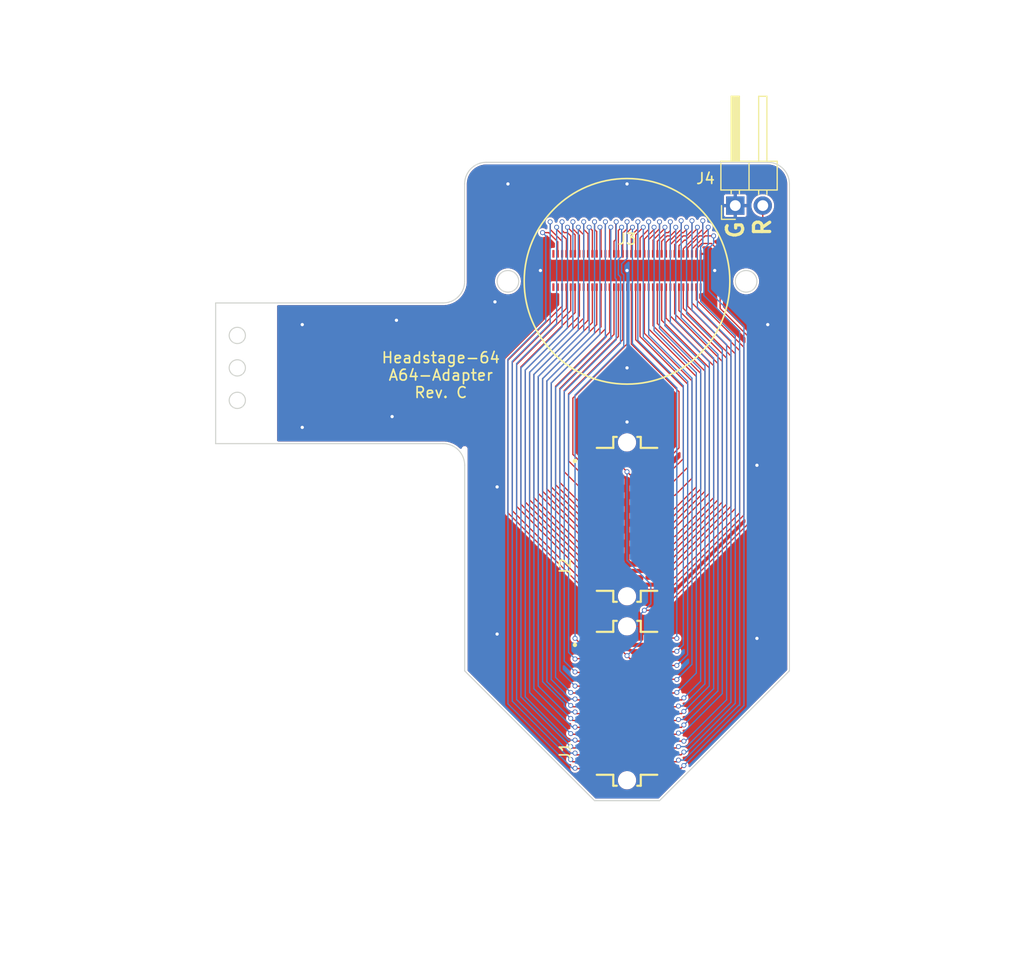
<source format=kicad_pcb>
(kicad_pcb (version 20240108) (generator "pcbnew") (generator_version "8.0")
  (title_block (title "EIB for Neuronexus A64 probes") (rev "B") (company "Open Ephys, Inc.") (comment 1 "Jonathan P. Newman"))
  (layers (0 "F.Cu" signal) (31 "B.Cu" signal) (34 "B.Paste" user) (35 "F.Paste" user) (36 "B.SilkS" user "B.Silkscreen") (37 "F.SilkS" user "F.Silkscreen") (38 "B.Mask" user) (39 "F.Mask" user) (44 "Edge.Cuts" user))
  (net 0 "")
  (net 10 "/Ref")
  (net 11 "/Elec16")
  (net 12 "/Elec0")
  (net 13 "/Elec17")
  (net 14 "/Elec1")
  (net 15 "/Elec18")
  (net 16 "/Elec2")
  (net 17 "/Elec19")
  (net 18 "/Elec3")
  (net 19 "/Elec20")
  (net 20 "/Elec4")
  (net 21 "/Elec21")
  (net 22 "/Elec5")
  (net 23 "/Elec22")
  (net 24 "/Elec6")
  (net 25 "/Elec23")
  (net 26 "/Elec7")
  (net 27 "/Elec24")
  (net 28 "/Elec8")
  (net 29 "/Elec25")
  (net 30 "/Elec9")
  (net 31 "/Elec26")
  (net 32 "/Elec10")
  (net 33 "/Elec27")
  (net 34 "/Elec11")
  (net 35 "/Elec28")
  (net 36 "/Elec12")
  (net 37 "/Elec29")
  (net 38 "/Elec13")
  (net 39 "/Elec30")
  (net 40 "/Elec14")
  (net 41 "/Elec31")
  (net 42 "/Elec15")
  (net 43 "/Elec32")
  (net 44 "/Elec48")
  (net 45 "/Elec33")
  (net 46 "/Elec49")
  (net 47 "/Elec34")
  (net 48 "/Elec50")
  (net 49 "/Elec35")
  (net 50 "/Elec51")
  (net 51 "/Elec36")
  (net 52 "/Elec52")
  (net 53 "/Elec37")
  (net 54 "/Elec53")
  (net 55 "/Elec38")
  (net 56 "/Elec54")
  (net 57 "/Elec39")
  (net 58 "/Elec55")
  (net 59 "/Elec40")
  (net 60 "/Elec56")
  (net 61 "/Elec41")
  (net 62 "/Elec57")
  (net 63 "/Elec42")
  (net 64 "/Elec58")
  (net 65 "/Elec43")
  (net 66 "/Elec59")
  (net 67 "/Elec44")
  (net 68 "/Elec60")
  (net 69 "/Elec45")
  (net 70 "/Elec61")
  (net 71 "/Elec46")
  (net 72 "/Elec62")
  (net 73 "/Elec47")
  (net 74 "/Elec63")
  (net 76 "GND")
  (footprint "Connector_PinHeader_2.54mm:PinHeader_1x02_P2.54mm_Horizontal" (layer "F.Cu") (at 147 75 90)
    (property "Reference" "J4")
    (property "Value" "Conn_01x02_Male")
  )
  (footprint "FOLC:SAMTEC_FOLC-110-02-S-Q-LC" (layer "F.Cu") (at 137 104 90)
    (property "Reference" "J2")
    (property "Value" "xOLC-110-01-S-Q_1")
  )
  (footprint "FOLC:SAMTEC_FOLC-110-02-S-Q-LC" (layer "F.Cu") (at 137 121 90)
    (property "Reference" "J1")
    (property "Value" "xOLC-110-01-S-Q_1")
  )
  (footprint "jonnew:HIROSE_DF40C(2.0)-70DS-0.4V(51)" (layer "F.Cu") (at 137 81)
    (property "Reference" "J3")
    (property "Value" "Conn_02x35_Odd_Even")
  )
  (gr_circle (center 137 82) (end 146.5 82) (stroke (width 0.15)) (fill none) (layer "F.SilkS"))
  (gr_circle (center 101 87) (end 101.75 87) (stroke (width 0.1)) (fill none) (layer "Edge.Cuts"))
  (gr_line (start 152 73) (end 152 118) (stroke (width 0.1)) (layer "Edge.Cuts"))
  (gr_line (start 120 84) (end 99 84) (stroke (width 0.1)) (layer "Edge.Cuts"))
  (gr_arc (start 150 71) (mid 151.414214 71.585786) (end 152 73) (stroke (width 0.1)) (layer "Edge.Cuts"))
  (gr_arc (start 122 82) (mid 121.414214 83.414214) (end 120 84) (stroke (width 0.1)) (layer "Edge.Cuts"))
  (gr_arc (start 122 73) (mid 122.585786 71.585786) (end 124 71) (stroke (width 0.1)) (layer "Edge.Cuts"))
  (gr_line (start 122 99) (end 122 118) (stroke (width 0.1)) (layer "Edge.Cuts"))
  (gr_line (start 122 82) (end 122 73) (stroke (width 0.1)) (layer "Edge.Cuts"))
  (gr_circle (center 101 90) (end 101.75 90) (stroke (width 0.1)) (fill none) (layer "Edge.Cuts"))
  (gr_line (start 140 130) (end 134 130) (stroke (width 0.1)) (layer "Edge.Cuts"))
  (gr_line (start 99 84) (end 99 97) (stroke (width 0.1)) (layer "Edge.Cuts"))
  (gr_arc (start 120 97) (mid 121.414214 97.585786) (end 122 99) (stroke (width 0.1)) (layer "Edge.Cuts"))
  (gr_circle (center 148 82) (end 149 82) (stroke (width 0.1)) (fill none) (layer "Edge.Cuts"))
  (gr_line (start 134 130) (end 122 118) (stroke (width 0.1)) (layer "Edge.Cuts"))
  (gr_line (start 99 97) (end 120 97) (stroke (width 0.1)) (layer "Edge.Cuts"))
  (gr_circle (center 101 93) (end 101.75 93) (stroke (width 0.1)) (fill none) (layer "Edge.Cuts"))
  (gr_line (start 124 71) (end 150 71) (stroke (width 0.1)) (layer "Edge.Cuts"))
  (gr_circle (center 126 82) (end 127 82) (stroke (width 0.1)) (fill none) (layer "Edge.Cuts"))
  (gr_line (start 152 118) (end 140 130) (stroke (width 0.1)) (layer "Edge.Cuts"))
  (gr_text "G" (at 147 77.25 90) (layer "F.SilkS") (effects (font (size 1.5 1.5) (thickness 0.3))))
  (gr_text "Headstage-64\nA64-Adapter\nRev. C" (at 119.8 90.67 0) (layer "F.SilkS") (effects (font (size 1 1))))
  (gr_text "R" (at 149.5 77 90) (layer "F.SilkS") (effects (font (size 1.5 1.5) (thickness 0.3))))
  (segment (start 145.6 84.5) (end 145.6 79.77) (width 0.12) (layer "F.Cu") (net 10))
  (segment (start 145.29 78.99) (end 144.8 78.5) (width 0.12) (layer "F.Cu") (net 10))
  (segment (start 148.2 104.4) (end 148.2 87.1) (width 0.12) (layer "F.Cu") (net 10))
  (segment (start 148.2 87.1) (end 145.6 84.5) (width 0.12) (layer "F.Cu") (net 10))
  (segment (start 144.8 78.5) (end 143.9 78.5) (width 0.12) (layer "F.Cu") (net 10))
  (segment (start 145.29 79.46) (end 147.29 79.46) (width 0.12) (layer "F.Cu") (net 10))
  (segment (start 140.2 112.4) (end 148.2 104.4) (width 0.12) (layer "F.Cu") (net 10))
  (segment (start 143.9 78.5) (end 143.4 79) (width 0.12) (layer "F.Cu") (net 10))
  (segment (start 137.2725 116.8725) (end 139.25 116.8725) (width 0.12) (layer "F.Cu") (net 10))
  (segment (start 136.6375 99.2375) (end 137.2725 99.8725) (width 0.12) (layer "F.Cu") (net 10))
  (segment (start 136.6375 116.2375) (end 137.2725 116.8725) (width 0.12) (layer "F.Cu") (net 10))
  (segment (start 149.54 77.21) (end 149.54 75) (width 0.12) (layer "F.Cu") (net 10))
  (segment (start 147.29 79.46) (end 149.54 77.21) (width 0.12) (layer "F.Cu") (net 10))
  (segment (start 145.29 79.46) (end 145.29 78.99) (width 0.12) (layer "F.Cu") (net 10))
  (segment (start 145.6 79.77) (end 145.29 79.46) (width 0.12) (layer "F.Cu") (net 10))
  (segment (start 143.4 79) (end 143.4 79.46) (width 0.12) (layer "F.Cu") (net 10))
  (segment (start 134.75 99.2375) (end 136.6375 99.2375) (width 0.12) (layer "F.Cu") (net 10))
  (segment (start 137.2725 99.8725) (end 139.25 99.8725) (width 0.12) (layer "F.Cu") (net 10))
  (segment (start 138.6 112.4) (end 140.2 112.4) (width 0.12) (layer "F.Cu") (net 10))
  (segment (start 134.75 116.2375) (end 136.6375 116.2375) (width 0.12) (layer "F.Cu") (net 10))
  (via (at 137 99.6) (size 0.45) (drill 0.3) (layers "F.Cu" "B.Cu") (net 10))
  (via (at 138.6 112.4) (size 0.45) (drill 0.3) (layers "F.Cu" "B.Cu") (net 10))
  (via (at 137 116.6) (size 0.45) (drill 0.3) (layers "F.Cu" "B.Cu") (net 10))
  (segment (start 138.3 115.3) (end 137 116.6) (width 0.12) (layer "B.Cu") (net 10))
  (segment (start 138.3 112.7) (end 138.3 115.3) (width 0.12) (layer "B.Cu") (net 10))
  (segment (start 137 99.6) (end 137 107.8) (width 0.12) (layer "B.Cu") (net 10))
  (segment (start 139.2 110) (end 139.2 111.8) (width 0.12) (layer "B.Cu") (net 10))
  (segment (start 137 107.8) (end 139.2 110) (width 0.12) (layer "B.Cu") (net 10))
  (segment (start 139.2 111.8) (end 138.3 112.7) (width 0.12) (layer "B.Cu") (net 10))
  (segment (start 147.8 88.1) (end 143.4 83.7) (width 0.12) (layer "F.Cu") (net 11))
  (segment (start 139.25 110.0325) (end 141.3675 110.0325) (width 0.12) (layer "F.Cu") (net 11))
  (segment (start 143.4 83.7) (end 143.4 82.54) (width 0.12) (layer "F.Cu") (net 11))
  (segment (start 147.8 103.6) (end 147.8 88.1) (width 0.12) (layer "F.Cu") (net 11))
  (segment (start 141.3675 110.0325) (end 147.8 103.6) (width 0.12) (layer "F.Cu") (net 11))
  (segment (start 143 79) (end 143.011126 79) (width 0.12) (layer "F.Cu") (net 12))
  (segment (start 144.211126 77.8) (end 145 77.8) (width 0.12) (layer "F.Cu") (net 12))
  (segment (start 143 79.46) (end 143 79) (width 0.12) (layer "F.Cu") (net 12))
  (segment (start 139.25 127.0325) (end 141.9675 127.0325) (width 0.12) (layer "F.Cu") (net 12))
  (segment (start 141.9675 127.0325) (end 142.25 126.75) (width 0.12) (layer "F.Cu") (net 12))
  (segment (start 143.011126 79) (end 144.211126 77.8) (width 0.12) (layer "F.Cu") (net 12))
  (via (at 142.25 126.75) (size 0.45) (drill 0.3) (layers "F.Cu" "B.Cu") (net 12))
  (via (at 145 77.8) (size 0.45) (drill 0.3) (layers "F.Cu" "B.Cu") (net 12))
  (segment (start 144.5 79) (end 144.5 82.85) (width 0.12) (layer "B.Cu") (net 12))
  (segment (start 144.5 82.85) (end 147.8 86.15) (width 0.12) (layer "B.Cu") (net 12))
  (segment (start 145 77.8) (end 145 78.5) (width 0.12) (layer "B.Cu") (net 12))
  (segment (start 145 78.5) (end 144.5 79) (width 0.12) (layer "B.Cu") (net 12))
  (segment (start 142.25 126.75) (end 147.8 121.2) (width 0.12) (layer "B.Cu") (net 12))
  (segment (start 147.8 86.15) (end 147.8 121.2) (width 0.12) (layer "B.Cu") (net 12))
  (segment (start 143 84) (end 143 82.54) (width 0.12) (layer "F.Cu") (net 13))
  (segment (start 147.4 103.4) (end 147.4 88.4) (width 0.12) (layer "F.Cu") (net 13))
  (segment (start 147.4 88.4) (end 143 84) (width 0.12) (layer "F.Cu") (net 13))
  (segment (start 139.885 109.3975) (end 141.4025 109.3975) (width 0.12) (layer "F.Cu") (net 13))
  (segment (start 141.4025 109.3975) (end 147.4 103.4) (width 0.12) (layer "F.Cu") (net 13))
  (segment (start 144.5 77.2) (end 143.9 77.8) (width 0.12) (layer "F.Cu") (net 14))
  (segment (start 139.885 126.3975) (end 141.6025 126.3975) (width 0.12) (layer "F.Cu") (net 14))
  (segment (start 143.7 77.8) (end 142.6 78.9) (width 0.12) (layer "F.Cu") (net 14))
  (segment (start 143.9 77.8) (end 143.7 77.8) (width 0.12) (layer "F.Cu") (net 14))
  (segment (start 142.6 78.9) (end 142.6 79.46) (width 0.12) (layer "F.Cu") (net 14))
  (segment (start 144.5 77) (end 144.5 77.2) (width 0.12) (layer "F.Cu") (net 14))
  (segment (start 141.6025 126.3975) (end 141.75 126.25) (width 0.12) (layer "F.Cu") (net 14))
  (via (at 141.75 126.25) (size 0.45) (drill 0.3) (layers "F.Cu" "B.Cu") (net 14))
  (via (at 144.5 77) (size 0.45) (drill 0.3) (layers "F.Cu" "B.Cu") (net 14))
  (segment (start 144.1 79) (end 144.1 83.3) (width 0.12) (layer "B.Cu") (net 14))
  (segment (start 142.25 126.25) (end 147.4 121.1) (width 0.12) (layer "B.Cu") (net 14))
  (segment (start 144.5 78.6) (end 144.1 79) (width 0.12) (layer "B.Cu") (net 14))
  (segment (start 141.75 126.25) (end 142.25 126.25) (width 0.12) (layer "B.Cu") (net 14))
  (segment (start 144.1 83.3) (end 147.4 86.6) (width 0.12) (layer "B.Cu") (net 14))
  (segment (start 147.4 121.1) (end 147.4 120.5) (width 0.12) (layer "B.Cu") (net 14))
  (segment (start 147.4 120.5) (end 147.4 121.2) (width 0.12) (layer "B.Cu") (net 14))
  (segment (start 144.5 77) (end 144.5 78.6) (width 0.12) (layer "B.Cu") (net 14))
  (segment (start 147.4 86.6) (end 147.4 120.5) (width 0.12) (layer "B.Cu") (net 14))
  (segment (start 139.25 108.7625) (end 141.2375 108.7625) (width 0.12) (layer "F.Cu") (net 15))
  (segment (start 147 88.7) (end 142.6 84.3) (width 0.12) (layer "F.Cu") (net 15))
  (segment (start 141.2375 108.7625) (end 147 103) (width 0.12) (layer "F.Cu") (net 15))
  (segment (start 147 103) (end 147 88.7) (width 0.12) (layer "F.Cu") (net 15))
  (segment (start 142.6 84.3) (end 142.6 82.54) (width 0.12) (layer "F.Cu") (net 15))
  (segment (start 142.2 79.46) (end 142.2 78.988873) (width 0.12) (layer "F.Cu") (net 16))
  (segment (start 139.25 125.7625) (end 141.9875 125.7625) (width 0.12) (layer "F.Cu") (net 16))
  (segment (start 142.2 78.988873) (end 144 77.188873) (width 0.12) (layer "F.Cu") (net 16))
  (segment (start 144 77.188873) (end 144 76.4) (width 0.12) (layer "F.Cu") (net 16))
  (segment (start 141.9875 125.7625) (end 142.25 125.5) (width 0.12) (layer "F.Cu") (net 16))
  (via (at 142.25 125.5) (size 0.45) (drill 0.3) (layers "F.Cu" "B.Cu") (net 16))
  (via (at 144 76.4) (size 0.45) (drill 0.3) (layers "F.Cu" "B.Cu") (net 16))
  (segment (start 144 78.6) (end 144 76.4) (width 0.12) (layer "B.Cu") (net 16))
  (segment (start 142.25 125.5) (end 142.5 125.5) (width 0.12) (layer "B.Cu") (net 16))
  (segment (start 147 87.05) (end 143.8 83.85) (width 0.12) (layer "B.Cu") (net 16))
  (segment (start 142.5 125.5) (end 147 121) (width 0.12) (layer "B.Cu") (net 16))
  (segment (start 143.8 78.8) (end 144 78.6) (width 0.12) (layer "B.Cu") (net 16))
  (segment (start 143.8 83.85) (end 143.8 78.8) (width 0.12) (layer "B.Cu") (net 16))
  (segment (start 147 121) (end 147 87.05) (width 0.12) (layer "B.Cu") (net 16))
  (segment (start 142.2 84.5) (end 142.2 82.54) (width 0.12) (layer "F.Cu") (net 17))
  (segment (start 141.2725 108.1275) (end 146.6 102.8) (width 0.12) (layer "F.Cu") (net 17))
  (segment (start 146.6 102.8) (end 146.6 88.9) (width 0.12) (layer "F.Cu") (net 17))
  (segment (start 146.6 88.9) (end 142.2 84.5) (width 0.12) (layer "F.Cu") (net 17))
  (segment (start 139.885 108.1275) (end 141.2725 108.1275) (width 0.12) (layer "F.Cu") (net 17))
  (segment (start 141.6225 125.1275) (end 141.75 125) (width 0.12) (layer "F.Cu") (net 18))
  (segment (start 141.8 78.7) (end 142.3 78.2) (width 0.12) (layer "F.Cu") (net 18))
  (segment (start 142.411126 78.2) (end 143.5 77.111126) (width 0.12) (layer "F.Cu") (net 18))
  (segment (start 139.885 125.1275) (end 141.6225 125.1275) (width 0.12) (layer "F.Cu") (net 18))
  (segment (start 143.5 77.111126) (end 143.5 77) (width 0.12) (layer "F.Cu") (net 18))
  (segment (start 142.3 78.2) (end 142.411126 78.2) (width 0.12) (layer "F.Cu") (net 18))
  (segment (start 141.8 79.46) (end 141.8 78.7) (width 0.12) (layer "F.Cu") (net 18))
  (via (at 141.75 125) (size 0.45) (drill 0.3) (layers "F.Cu" "B.Cu") (net 18))
  (via (at 143.5 77) (size 0.45) (drill 0.3) (layers "F.Cu" "B.Cu") (net 18))
  (segment (start 146.6 120.9) (end 146.6 87.5) (width 0.12) (layer "B.Cu") (net 18))
  (segment (start 146.6 87.5) (end 143.5 84.4) (width 0.12) (layer "B.Cu") (net 18))
  (segment (start 143.5 84.4) (end 143.5 77) (width 0.12) (layer "B.Cu") (net 18))
  (segment (start 141.75 125) (end 142.5 125) (width 0.12) (layer "B.Cu") (net 18))
  (segment (start 142.5 125) (end 146.6 120.9) (width 0.12) (layer "B.Cu") (net 18))
  (segment (start 146.2 102.6) (end 146.2 89.1) (width 0.12) (layer "F.Cu") (net 19))
  (segment (start 146.2 89.1) (end 141.8 84.7) (width 0.12) (layer "F.Cu") (net 19))
  (segment (start 141.3075 107.4925) (end 146.2 102.6) (width 0.12) (layer "F.Cu") (net 19))
  (segment (start 141.8 84.7) (end 141.8 82.54) (width 0.12) (layer "F.Cu") (net 19))
  (segment (start 139.25 107.4925) (end 141.3075 107.4925) (width 0.12) (layer "F.Cu") (net 19))
  (segment (start 141.4 79.46) (end 141.4 78.6) (width 0.12) (layer "F.Cu") (net 20))
  (segment (start 143 77.3) (end 143 76.4) (width 0.12) (layer "F.Cu") (net 20))
  (segment (start 142.2 77.8) (end 142.5 77.8) (width 0.12) (layer "F.Cu") (net 20))
  (segment (start 141.4 78.6) (end 142.2 77.8) (width 0.12) (layer "F.Cu") (net 20))
  (segment (start 139.25 124.4925) (end 142.2425 124.4925) (width 0.12) (layer "F.Cu") (net 20))
  (segment (start 142.2425 124.4925) (end 142.25 124.5) (width 0.12) (layer "F.Cu") (net 20))
  (segment (start 142.5 77.8) (end 143 77.3) (width 0.12) (layer "F.Cu") (net 20))
  (via (at 143 76.4) (size 0.45) (drill 0.3) (layers "F.Cu" "B.Cu") (net 20))
  (via (at 142.25 124.5) (size 0.45) (drill 0.3) (layers "F.Cu" "B.Cu") (net 20))
  (segment (start 146.2 87.85) (end 143 84.65) (width 0.12) (layer "B.Cu") (net 20))
  (segment (start 143 84.65) (end 143 76.4) (width 0.12) (layer "B.Cu") (net 20))
  (segment (start 142.371127 124.5) (end 146.2 120.671127) (width 0.12) (layer "B.Cu") (net 20))
  (segment (start 142.25 124.5) (end 142.371127 124.5) (width 0.12) (layer "B.Cu") (net 20))
  (segment (start 146.2 120.671127) (end 146.2 87.85) (width 0.12) (layer "B.Cu") (net 20))
  (segment (start 145.8 89.4) (end 141.4 85) (width 0.12) (layer "F.Cu") (net 21))
  (segment (start 145.8 102.4) (end 145.8 89.4) (width 0.12) (layer "F.Cu") (net 21))
  (segment (start 141.4 85) (end 141.4 82.54) (width 0.12) (layer "F.Cu") (net 21))
  (segment (start 139.885 106.8575) (end 141.3425 106.8575) (width 0.12) (layer "F.Cu") (net 21))
  (segment (start 141.3425 106.8575) (end 145.8 102.4) (width 0.12) (layer "F.Cu") (net 21))
  (segment (start 139.885 123.8575) (end 141.6425 123.8575) (width 0.12) (layer "F.Cu") (net 22))
  (segment (start 141 78.6) (end 142.1 77.5) (width 0.12) (layer "F.Cu") (net 22))
  (segment (start 142.5 77.2) (end 142.5 77) (width 0.12) (layer "F.Cu") (net 22))
  (segment (start 142.2 77.5) (end 142.5 77.2) (width 0.12) (layer "F.Cu") (net 22))
  (segment (start 141.6425 123.8575) (end 141.75 123.75) (width 0.12) (layer "F.Cu") (net 22))
  (segment (start 142.1 77.5) (end 142.2 77.5) (width 0.12) (layer "F.Cu") (net 22))
  (segment (start 141 79.46) (end 141 78.6) (width 0.12) (layer "F.Cu") (net 22))
  (via (at 141.75 123.75) (size 0.45) (drill 0.3) (layers "F.Cu" "B.Cu") (net 22))
  (via (at 142.5 77) (size 0.45) (drill 0.3) (layers "F.Cu" "B.Cu") (net 22))
  (segment (start 142.150539 123.75) (end 145.8 120.100539) (width 0.12) (layer "B.Cu") (net 22))
  (segment (start 141.75 123.75) (end 142.150539 123.75) (width 0.12) (layer "B.Cu") (net 22))
  (segment (start 145.8 88.3) (end 142.5 85) (width 0.12) (layer "B.Cu") (net 22))
  (segment (start 145.8 120.100539) (end 145.8 88.3) (width 0.12) (layer "B.Cu") (net 22))
  (segment (start 142.5 85) (end 142.5 77) (width 0.12) (layer "B.Cu") (net 22))
  (segment (start 141 85.2) (end 141 82.54) (width 0.12) (layer "F.Cu") (net 23))
  (segment (start 145.4 102.2) (end 145.4 89.6) (width 0.12) (layer "F.Cu") (net 23))
  (segment (start 141.3775 106.2225) (end 145.4 102.2) (width 0.12) (layer "F.Cu") (net 23))
  (segment (start 139.25 106.2225) (end 141.3775 106.2225) (width 0.12) (layer "F.Cu") (net 23))
  (segment (start 145.4 89.6) (end 141 85.2) (width 0.12) (layer "F.Cu") (net 23))
  (segment (start 142 77.2) (end 142 76.4) (width 0.12) (layer "F.Cu") (net 24))
  (segment (start 139.25 123.2225) (end 142.0275 123.2225) (width 0.12) (layer "F.Cu") (net 24))
  (segment (start 140.6 79.46) (end 140.6 78.4) (width 0.12) (layer "F.Cu") (net 24))
  (segment (start 141.1 78.1) (end 142 77.2) (width 0.12) (layer "F.Cu") (net 24))
  (segment (start 140.6 78.4) (end 140.9 78.1) (width 0.12) (layer "F.Cu") (net 24))
  (segment (start 140.9 78.1) (end 141.1 78.1) (width 0.12) (layer "F.Cu") (net 24))
  (segment (start 142.0275 123.2225) (end 142.25 123) (width 0.12) (layer "F.Cu") (net 24))
  (via (at 142.25 123) (size 0.45) (drill 0.3) (layers "F.Cu" "B.Cu") (net 24))
  (via (at 142 76.4) (size 0.45) (drill 0.3) (layers "F.Cu" "B.Cu") (net 24))
  (segment (start 142.25 123) (end 145.4 119.85) (width 0.12) (layer "B.Cu") (net 24))
  (segment (start 145.4 119.85) (end 145.4 88.75) (width 0.12) (layer "B.Cu") (net 24))
  (segment (start 145.4 88.75) (end 142 85.35) (width 0.12) (layer "B.Cu") (net 24))
  (segment (start 142 85.35) (end 142 76.4) (width 0.12) (layer "B.Cu") (net 24))
  (segment (start 139.885 105.5875) (end 141.4125 105.5875) (width 0.12) (layer "F.Cu") (net 25))
  (segment (start 145 102) (end 145 89.8) (width 0.12) (layer "F.Cu") (net 25))
  (segment (start 140.6 85.4) (end 140.6 82.54) (width 0.12) (layer "F.Cu") (net 25))
  (segment (start 141.4125 105.5875) (end 145 102) (width 0.12) (layer "F.Cu") (net 25))
  (segment (start 145 89.8) (end 140.6 85.4) (width 0.12) (layer "F.Cu") (net 25))
  (segment (start 139.885 122.5875) (end 141.6625 122.5875) (width 0.12) (layer "F.Cu") (net 26))
  (segment (start 141.5 77.3) (end 141.5 77) (width 0.12) (layer "F.Cu") (net 26))
  (segment (start 141 77.8) (end 141.5 77.3) (width 0.12) (layer "F.Cu") (net 26))
  (segment (start 140.7 77.8) (end 141 77.8) (width 0.12) (layer "F.Cu") (net 26))
  (segment (start 141.6625 122.5875) (end 141.75 122.5) (width 0.12) (layer "F.Cu") (net 26))
  (segment (start 140.2 78.3) (end 140.7 77.8) (width 0.12) (layer "F.Cu") (net 26))
  (segment (start 140.2 79.46) (end 140.2 78.3) (width 0.12) (layer "F.Cu") (net 26))
  (via (at 141.5 77) (size 0.45) (drill 0.3) (layers "F.Cu" "B.Cu") (net 26))
  (via (at 141.75 122.5) (size 0.45) (drill 0.3) (layers "F.Cu" "B.Cu") (net 26))
  (segment (start 142.150539 122.5) (end 145 119.650539) (width 0.12) (layer "B.Cu") (net 26))
  (segment (start 141.5 85.6) (end 141.5 77) (width 0.12) (layer "B.Cu") (net 26))
  (segment (start 141.75 122.5) (end 142.150539 122.5) (width 0.12) (layer "B.Cu") (net 26))
  (segment (start 145 119.650539) (end 145 89.1) (width 0.12) (layer "B.Cu") (net 26))
  (segment (start 145 89.1) (end 141.5 85.6) (width 0.12) (layer "B.Cu") (net 26))
  (segment (start 139.25 104.9525) (end 141.2475 104.9525) (width 0.12) (layer "F.Cu") (net 27))
  (segment (start 144.6 90) (end 140.2 85.6) (width 0.12) (layer "F.Cu") (net 27))
  (segment (start 140.2 85.6) (end 140.2 82.54) (width 0.12) (layer "F.Cu") (net 27))
  (segment (start 141.2475 104.9525) (end 144.6 101.6) (width 0.12) (layer "F.Cu") (net 27))
  (segment (start 144.6 101.6) (end 144.6 90) (width 0.12) (layer "F.Cu") (net 27))
  (segment (start 140.6 77.5) (end 140.8 77.5) (width 0.12) (layer "F.Cu") (net 28))
  (segment (start 140.8 77.5) (end 141 77.3) (width 0.12) (layer "F.Cu") (net 28))
  (segment (start 139.8 78.3) (end 140.6 77.5) (width 0.12) (layer "F.Cu") (net 28))
  (segment (start 141 77.3) (end 141 76.5) (width 0.12) (layer "F.Cu") (net 28))
  (segment (start 139.25 121.9525) (end 142.0475 121.9525) (width 0.12) (layer "F.Cu") (net 28))
  (segment (start 142.0475 121.9525) (end 142.25 121.75) (width 0.12) (layer "F.Cu") (net 28))
  (segment (start 139.8 79.46) (end 139.8 78.3) (width 0.12) (layer "F.Cu") (net 28))
  (via (at 142.25 121.75) (size 0.45) (drill 0.3) (layers "F.Cu" "B.Cu") (net 28))
  (via (at 141 76.5) (size 0.45) (drill 0.3) (layers "F.Cu" "B.Cu") (net 28))
  (segment (start 142.25 121.75) (end 144.6 119.4) (width 0.12) (layer "B.Cu") (net 28))
  (segment (start 141 85.85) (end 141 76.5) (width 0.12) (layer "B.Cu") (net 28))
  (segment (start 144.6 89.45) (end 141 85.85) (width 0.12) (layer "B.Cu") (net 28))
  (segment (start 144.6 119.4) (end 144.6 89.45) (width 0.12) (layer "B.Cu") (net 28))
  (segment (start 141.2825 104.3175) (end 144.2 101.4) (width 0.12) (layer "F.Cu") (net 29))
  (segment (start 144.2 90.3) (end 139.8 85.9) (width 0.12) (layer "F.Cu") (net 29))
  (segment (start 144.2 101.4) (end 144.2 90.3) (width 0.12) (layer "F.Cu") (net 29))
  (segment (start 139.8 85.9) (end 139.8 82.54) (width 0.12) (layer "F.Cu") (net 29))
  (segment (start 139.885 104.3175) (end 141.2825 104.3175) (width 0.12) (layer "F.Cu") (net 29))
  (segment (start 140.5 77.1) (end 140.5 77) (width 0.12) (layer "F.Cu") (net 30))
  (segment (start 139.885 121.3175) (end 141.6825 121.3175) (width 0.12) (layer "F.Cu") (net 30))
  (segment (start 139.4 79.46) (end 139.4 78.2) (width 0.12) (layer "F.Cu") (net 30))
  (segment (start 141.6825 121.3175) (end 141.75 121.25) (width 0.12) (layer "F.Cu") (net 30))
  (segment (start 139.4 78.2) (end 140.5 77.1) (width 0.12) (layer "F.Cu") (net 30))
  (via (at 141.75 121.25) (size 0.45) (drill 0.3) (layers "F.Cu" "B.Cu") (net 30))
  (via (at 140.5 77) (size 0.45) (drill 0.3) (layers "F.Cu" "B.Cu") (net 30))
  (segment (start 140.5 86.1) (end 140.5 77) (width 0.12) (layer "B.Cu") (net 30))
  (segment (start 141.75 121.25) (end 142.150539 121.25) (width 0.12) (layer "B.Cu") (net 30))
  (segment (start 144.2 119.200539) (end 144.2 89.8) (width 0.12) (layer "B.Cu") (net 30))
  (segment (start 144.2 89.8) (end 140.5 86.1) (width 0.12) (layer "B.Cu") (net 30))
  (segment (start 142.150539 121.25) (end 144.2 119.200539) (width 0.12) (layer "B.Cu") (net 30))
  (segment (start 139.4 86.1) (end 139.4 82.54) (width 0.12) (layer "F.Cu") (net 31))
  (segment (start 143.8 101.2) (end 143.8 90.5) (width 0.12) (layer "F.Cu") (net 31))
  (segment (start 143.8 90.5) (end 139.4 86.1) (width 0.12) (layer "F.Cu") (net 31))
  (segment (start 141.3175 103.6825) (end 143.8 101.2) (width 0.12) (layer "F.Cu") (net 31))
  (segment (start 139.25 103.6825) (end 141.3175 103.6825) (width 0.12) (layer "F.Cu") (net 31))
  (segment (start 139.25 120.6825) (end 142.0675 120.6825) (width 0.12) (layer "F.Cu") (net 32))
  (segment (start 139 78.150539) (end 140 77.150539) (width 0.12) (layer "F.Cu") (net 32))
  (segment (start 140 77.150539) (end 140 76.5) (width 0.12) (layer "F.Cu") (net 32))
  (segment (start 142.0675 120.6825) (end 142.25 120.5) (width 0.12) (layer "F.Cu") (net 32))
  (segment (start 139 79.46) (end 139 78.150539) (width 0.12) (layer "F.Cu") (net 32))
  (via (at 142.25 120.5) (size 0.45) (drill 0.3) (layers "F.Cu" "B.Cu") (net 32))
  (via (at 140 76.5) (size 0.45) (drill 0.3) (layers "F.Cu" "B.Cu") (net 32))
  (segment (start 140 76.5) (end 140 86.35) (width 0.12) (layer "B.Cu") (net 32))
  (segment (start 140 86.35) (end 143.8 90.15) (width 0.12) (layer "B.Cu") (net 32))
  (segment (start 143.8 90.15) (end 143.8 118.95) (width 0.12) (layer "B.Cu") (net 32))
  (segment (start 143.8 118.95) (end 142.25 120.5) (width 0.12) (layer "B.Cu") (net 32))
  (segment (start 141.3525 103.0475) (end 143.4 101) (width 0.12) (layer "F.Cu") (net 33))
  (segment (start 139.885 103.0475) (end 141.3525 103.0475) (width 0.12) (layer "F.Cu") (net 33))
  (segment (start 139 86.4) (end 139 82.54) (width 0.12) (layer "F.Cu") (net 33))
  (segment (start 143.4 101) (end 143.4 90.8) (width 0.12) (layer "F.Cu") (net 33))
  (segment (start 139 86.4) (end 143.4 90.8) (width 0.12) (layer "F.Cu") (net 33))
  (segment (start 139.5 77.2) (end 139.5 77) (width 0.12) (layer "F.Cu") (net 34))
  (segment (start 138.6 78.1) (end 139.5 77.2) (width 0.12) (layer "F.Cu") (net 34))
  (segment (start 139.885 120.0475) (end 141.5525 120.0475) (width 0.12) (layer "F.Cu") (net 34))
  (segment (start 138.6 79.46) (end 138.6 78.1) (width 0.12) (layer "F.Cu") (net 34))
  (segment (start 141.5525 120.0475) (end 141.6 120) (width 0.12) (layer "F.Cu") (net 34))
  (via (at 139.5 77) (size 0.45) (drill 0.3) (layers "F.Cu" "B.Cu") (net 34))
  (via (at 141.6 120) (size 0.45) (drill 0.3) (layers "F.Cu" "B.Cu") (net 34))
  (segment (start 139.5 86.55) (end 143.4 90.45) (width 0.12) (layer "B.Cu") (net 34))
  (segment (start 143.4 118.2) (end 141.6 120) (width 0.12) (layer "B.Cu") (net 34))
  (segment (start 139.5 77) (end 139.5 86.55) (width 0.12) (layer "B.Cu") (net 34))
  (segment (start 143.4 90.45) (end 143.4 118.2) (width 0.12) (layer "B.Cu") (net 34))
  (segment (start 143 100.2) (end 143 91.2) (width 0.12) (layer "F.Cu") (net 35))
  (segment (start 143 91.2) (end 138.6 86.8) (width 0.12) (layer "F.Cu") (net 35))
  (segment (start 141.4225 101.7775) (end 143 100.2) (width 0.12) (layer "F.Cu") (net 35))
  (segment (start 138.6 86.8) (end 138.6 82.54) (width 0.12) (layer "F.Cu") (net 35))
  (segment (start 139.885 101.7775) (end 141.4225 101.7775) (width 0.12) (layer "F.Cu") (net 35))
  (segment (start 138.2 79.46) (end 138.2 78) (width 0.12) (layer "F.Cu") (net 36))
  (segment (start 139 77.2) (end 139 76.5) (width 0.12) (layer "F.Cu") (net 36))
  (segment (start 141.5775 118.7775) (end 141.6 118.8) (width 0.12) (layer "F.Cu") (net 36))
  (segment (start 139.885 118.7775) (end 141.5775 118.7775) (width 0.12) (layer "F.Cu") (net 36))
  (segment (start 138.2 78) (end 139 77.2) (width 0.12) (layer "F.Cu") (net 36))
  (via (at 139 76.5) (size 0.45) (drill 0.3) (layers "F.Cu" "B.Cu") (net 36))
  (via (at 141.6 118.8) (size 0.45) (drill 0.3) (layers "F.Cu" "B.Cu") (net 36))
  (segment (start 139 86.95) (end 143 90.95) (width 0.12) (layer "B.Cu") (net 36))
  (segment (start 143 90.95) (end 143 117.4) (width 0.12) (layer "B.Cu") (net 36))
  (segment (start 143 117.4) (end 141.6 118.8) (width 0.12) (layer "B.Cu") (net 36))
  (segment (start 139 76.5) (end 139 86.95) (width 0.12) (layer "B.Cu") (net 36))
  (segment (start 142.6 99.2) (end 142.6 91.5) (width 0.12) (layer "F.Cu") (net 37))
  (segment (start 139.885 100.5075) (end 141.2925 100.5075) (width 0.12) (layer "F.Cu") (net 37))
  (segment (start 141.2925 100.5075) (end 142.6 99.2) (width 0.12) (layer "F.Cu") (net 37))
  (segment (start 138.2 87.1) (end 142.6 91.5) (width 0.12) (layer "F.Cu") (net 37))
  (segment (start 138.2 87.1) (end 138.2 82.54) (width 0.12) (layer "F.Cu") (net 37))
  (segment (start 141.5925 117.5075) (end 141.6 117.5) (width 0.12) (layer "F.Cu") (net 38))
  (segment (start 137.8 79.46) (end 137.8 77.7) (width 0.12) (layer "F.Cu") (net 38))
  (segment (start 137.8 77.7) (end 138.5 77) (width 0.12) (layer "F.Cu") (net 38))
  (segment (start 139.885 117.5075) (end 141.5925 117.5075) (width 0.12) (layer "F.Cu") (net 38))
  (via (at 138.5 77) (size 0.45) (drill 0.3) (layers "F.Cu" "B.Cu") (net 38))
  (via (at 141.6 117.5) (size 0.45) (drill 0.3) (layers "F.Cu" "B.Cu") (net 38))
  (segment (start 141.6 117.5) (end 142.6 116.5) (width 0.12) (layer "B.Cu") (net 38))
  (segment (start 138.5 87.15) (end 142.6 91.25) (width 0.12) (layer "B.Cu") (net 38))
  (segment (start 142.6 116.5) (end 142.6 91.25) (width 0.12) (layer "B.Cu") (net 38))
  (segment (start 138.5 77) (end 138.5 87.15) (width 0.12) (layer "B.Cu") (net 38))
  (segment (start 137.8 87.4) (end 142.2 91.8) (width 0.12) (layer "F.Cu") (net 39))
  (segment (start 137.8 82.54) (end 137.8 87.4) (width 0.12) (layer "F.Cu") (net 39))
  (segment (start 142.2 91.8) (end 142.2 98.4) (width 0.12) (layer "F.Cu") (net 39))
  (segment (start 141.3625 99.2375) (end 139.885 99.2375) (width 0.12) (layer "F.Cu") (net 39))
  (segment (start 142.2 98.4) (end 141.3625 99.2375) (width 0.12) (layer "F.Cu") (net 39))
  (segment (start 141.5625 116.2375) (end 141.6 116.2) (width 0.12) (layer "F.Cu") (net 40))
  (segment (start 139.885 116.2375) (end 141.5625 116.2375) (width 0.12) (layer "F.Cu") (net 40))
  (segment (start 138 77.150539) (end 138 76.5) (width 0.12) (layer "F.Cu") (net 40))
  (segment (start 137.4 79.46) (end 137.4 77.750539) (width 0.12) (layer "F.Cu") (net 40))
  (segment (start 137.4 77.750539) (end 138 77.150539) (width 0.12) (layer "F.Cu") (net 40))
  (via (at 138 76.5) (size 0.45) (drill 0.3) (layers "F.Cu" "B.Cu") (net 40))
  (via (at 141.6 116.2) (size 0.45) (drill 0.3) (layers "F.Cu" "B.Cu") (net 40))
  (segment (start 138 87.45) (end 142.2 91.65) (width 0.12) (layer "B.Cu") (net 40))
  (segment (start 142.2 115.6) (end 142.2 91.65) (width 0.12) (layer "B.Cu") (net 40))
  (segment (start 138 76.5) (end 138 87.45) (width 0.12) (layer "B.Cu") (net 40))
  (segment (start 141.6 116.2) (end 142.2 115.6) (width 0.12) (layer "B.Cu") (net 40))
  (segment (start 139.885 97.9675) (end 141.2325 97.9675) (width 0.12) (layer "F.Cu") (net 41))
  (segment (start 141.8 92.2) (end 137.4 87.8) (width 0.12) (layer "F.Cu") (net 41))
  (segment (start 141.8 97.4) (end 141.8 92.2) (width 0.12) (layer "F.Cu") (net 41))
  (segment (start 137.4 87.8) (end 137.4 82.54) (width 0.12) (layer "F.Cu") (net 41))
  (segment (start 141.2325 97.9675) (end 141.8 97.4) (width 0.12) (layer "F.Cu") (net 41))
  (segment (start 141.5675 114.9675) (end 141.6 115) (width 0.12) (layer "F.Cu") (net 42))
  (segment (start 137 77.5) (end 137.5 77) (width 0.12) (layer "F.Cu") (net 42))
  (segment (start 137 79.46) (end 137 77.5) (width 0.12) (layer "F.Cu") (net 42))
  (segment (start 139.885 114.9675) (end 141.5675 114.9675) (width 0.12) (layer "F.Cu") (net 42))
  (via (at 137.5 77) (size 0.45) (drill 0.3) (layers "F.Cu" "B.Cu") (net 42))
  (via (at 141.6 115) (size 0.45) (drill 0.3) (layers "F.Cu" "B.Cu") (net 42))
  (segment (start 141.6 91.85) (end 141.6 115) (width 0.12) (layer "B.Cu") (net 42))
  (segment (start 137.5 77) (end 137.5 87.75) (width 0.12) (layer "B.Cu") (net 42))
  (segment (start 137.5 87.75) (end 141.6 91.85) (width 0.12) (layer "B.Cu") (net 42))
  (segment (start 137 87.79) (end 137 82.54) (width 0.12) (layer "F.Cu") (net 43))
  (segment (start 132 92.79) (end 137 87.79) (width 0.12) (layer "F.Cu") (net 43))
  (segment (start 132.6025 98.6025) (end 132 98) (width 0.12) (layer "F.Cu") (net 43))
  (segment (start 132 98) (end 132 92.79) (width 0.12) (layer "F.Cu") (net 43))
  (segment (start 134.115 98.6025) (end 132.6025 98.6025) (width 0.12) (layer "F.Cu") (net 43))
  (segment (start 132.2 115) (end 132.8025 115.6025) (width 0.12) (layer "F.Cu") (net 44))
  (segment (start 136.6 79.46) (end 136.6 77.550539) (width 0.12) (layer "F.Cu") (net 44))
  (segment (start 136.6 77.550539) (end 137 77.150539) (width 0.12) (layer "F.Cu") (net 44))
  (segment (start 132.8025 115.6025) (end 134.115 115.6025) (width 0.12) (layer "F.Cu") (net 44))
  (segment (start 137 77.150539) (end 137 76.5) (width 0.12) (layer "F.Cu") (net 44))
  (via (at 132.2 115) (size 0.45) (drill 0.3) (layers "F.Cu" "B.Cu") (net 44))
  (via (at 137 76.5) (size 0.45) (drill 0.3) (layers "F.Cu" "B.Cu") (net 44))
  (segment (start 132.2 115) (end 132.2 92.503707) (width 0.12) (layer "B.Cu") (net 44))
  (segment (start 136.5 81.2) (end 136.5 80.4) (width 0.12) (layer "B.Cu") (net 44))
  (segment (start 136.5 80.4) (end 137.005 79.895) (width 0.12) (layer "B.Cu") (net 44))
  (segment (start 132.2 92.503707) (end 136.7 88.003706) (width 0.12) (layer "B.Cu") (net 44))
  (segment (start 136.7 88.003706) (end 136.7 81.4) (width 0.12) (layer "B.Cu") (net 44))
  (segment (start 137 76.5) (end 137 79.89) (width 0.12) (layer "B.Cu") (net 44))
  (segment (start 137 79.89) (end 137.005 79.895) (width 0.12) (layer "B.Cu") (net 44))
  (segment (start 136.7 81.4) (end 136.5 81.2) (width 0.12) (layer "B.Cu") (net 44))
  (segment (start 134.115 99.8725) (end 132.8725 99.8725) (width 0.12) (layer "F.Cu") (net 45))
  (segment (start 136.6 87.4) (end 136.6 82.54) (width 0.12) (layer "F.Cu") (net 45))
  (segment (start 131.6 98.6) (end 131.6 92.4) (width 0.12) (layer "F.Cu") (net 45))
  (segment (start 132.8725 99.8725) (end 131.6 98.6) (width 0.12) (layer "F.Cu") (net 45))
  (segment (start 131.6 92.4) (end 136.6 87.4) (width 0.12) (layer "F.Cu") (net 45))
  (segment (start 136.2 77.3) (end 136.5 77) (width 0.12) (layer "F.Cu") (net 46))
  (segment (start 132.2275 116.8725) (end 132.2 116.9) (width 0.12) (layer "F.Cu") (net 46))
  (segment (start 132.2275 116.8725) (end 134.115 116.8725) (width 0.12) (layer "F.Cu") (net 46))
  (segment (start 136.2 79.46) (end 136.2 77.3) (width 0.12) (layer "F.Cu") (net 46))
  (via (at 132.2 116.9) (size 0.45) (drill 0.3) (layers "F.Cu" "B.Cu") (net 46))
  (via (at 136.5 77) (size 0.45) (drill 0.3) (layers "F.Cu" "B.Cu") (net 46))
  (segment (start 136.4 81.6) (end 136.2 81.4) (width 0.12) (layer "B.Cu") (net 46))
  (segment (start 136.2 80) (end 136.505 79.695) (width 0.12) (layer "B.Cu") (net 46))
  (segment (start 136.4 87.7) (end 136.4 81.6) (width 0.12) (layer "B.Cu") (net 46))
  (segment (start 131.6 116.3) (end 131.6 92.5) (width 0.12) (layer "B.Cu") (net 46))
  (segment (start 132.2 116.9) (end 131.6 116.3) (width 0.12) (layer "B.Cu") (net 46))
  (segment (start 136.5 77) (end 136.5 79.69) (width 0.12) (layer "B.Cu") (net 46))
  (segment (start 136.2 81.4) (end 136.2 80) (width 0.12) (layer "B.Cu") (net 46))
  (segment (start 136.5 79.69) (end 136.505 79.695) (width 0.12) (layer "B.Cu") (net 46))
  (segment (start 131.6 92.5) (end 136.4 87.7) (width 0.12) (layer "B.Cu") (net 46))
  (segment (start 136.2 87.1) (end 136.2 82.54) (width 0.12) (layer "F.Cu") (net 47))
  (segment (start 131.2 92.1) (end 136.2 87.1) (width 0.12) (layer "F.Cu") (net 47))
  (segment (start 134.115 101.1425) (end 132.7425 101.1425) (width 0.12) (layer "F.Cu") (net 47))
  (segment (start 131.2 99.6) (end 131.2 92.1) (width 0.12) (layer "F.Cu") (net 47))
  (segment (start 132.7425 101.1425) (end 131.2 99.6) (width 0.12) (layer "F.Cu") (net 47))
  (segment (start 135.96 76.54) (end 136 76.5) (width 0.12) (layer "F.Cu") (net 48))
  (segment (start 135.8 78.3) (end 135.96 78.14) (width 0.12) (layer "F.Cu") (net 48))
  (segment (start 132.2425 118.1425) (end 132.2 118.1) (width 0.12) (layer "F.Cu") (net 48))
  (segment (start 135.8 78.3) (end 135.8 79.46) (width 0.12) (layer "F.Cu") (net 48))
  (segment (start 134.115 118.1425) (end 132.2425 118.1425) (width 0.12) (layer "F.Cu") (net 48))
  (segment (start 135.96 78.14) (end 135.96 76.54) (width 0.12) (layer "F.Cu") (net 48))
  (via (at 136 76.5) (size 0.45) (drill 0.3) (layers "F.Cu" "B.Cu") (net 48))
  (via (at 132.2 118.1) (size 0.45) (drill 0.3) (layers "F.Cu" "B.Cu") (net 48))
  (segment (start 136 87.4) (end 131.2 92.2) (width 0.12) (layer "B.Cu") (net 48))
  (segment (start 131.2 117.1) (end 132.2 118.1) (width 0.12) (layer "B.Cu") (net 48))
  (segment (start 136 81.8) (end 136 87.4) (width 0.12) (layer "B.Cu") (net 48))
  (segment (start 131.2 92.2) (end 131.2 117.1) (width 0.12) (layer "B.Cu") (net 48))
  (segment (start 136 76.5) (end 136 79.8) (width 0.12) (layer "B.Cu") (net 48))
  (segment (start 135.9 81.7) (end 136 81.8) (width 0.12) (layer "B.Cu") (net 48))
  (segment (start 135.9 79.9) (end 135.9 81.7) (width 0.12) (layer "B.Cu") (net 48))
  (segment (start 136 79.8) (end 135.9 79.9) (width 0.12) (layer "B.Cu") (net 48))
  (segment (start 130.8 100.6) (end 132.6125 102.4125) (width 0.12) (layer "F.Cu") (net 49))
  (segment (start 130.8 91.9) (end 130.8 100.6) (width 0.12) (layer "F.Cu") (net 49))
  (segment (start 135.8 86.9) (end 135.8 82.54) (width 0.12) (layer "F.Cu") (net 49))
  (segment (start 132.6125 102.4125) (end 134.115 102.4125) (width 0.12) (layer "F.Cu") (net 49))
  (segment (start 130.8 91.9) (end 135.8 86.9) (width 0.12) (layer "F.Cu") (net 49))
  (segment (start 132.2125 119.4125) (end 132.2 119.4) (width 0.12) (layer "F.Cu") (net 50))
  (segment (start 135.4 77.1) (end 135.5 77) (width 0.12) (layer "F.Cu") (net 50))
  (segment (start 134.115 119.4125) (end 132.2125 119.4125) (width 0.12) (layer "F.Cu") (net 50))
  (segment (start 135.4 79.46) (end 135.4 77.1) (width 0.12) (layer "F.Cu") (net 50))
  (via (at 135.5 77) (size 0.45) (drill 0.3) (layers "F.Cu" "B.Cu") (net 50))
  (via (at 132.2 119.4) (size 0.45) (drill 0.3) (layers "F.Cu" "B.Cu") (net 50))
  (segment (start 135.605 87.2) (end 135.2525 87.5525) (width 0.12) (layer "B.Cu") (net 50))
  (segment (start 135.5 77) (end 135.5 87.305) (width 0.12) (layer "B.Cu") (net 50))
  (segment (start 132.2 119.4) (end 130.8 118) (width 0.12) (layer "B.Cu") (net 50))
  (segment (start 130.8 118) (end 130.8 92.005) (width 0.12) (layer "B.Cu") (net 50))
  (segment (start 130.8 92.005) (end 135.2525 87.5525) (width 0.12) (layer "B.Cu") (net 50))
  (segment (start 135.5 87.305) (end 135.2525 87.5525) (width 0.12) (layer "B.Cu") (net 50))
  (segment (start 134.75 103.0475) (end 132.6475 103.0475) (width 0.12) (layer "F.Cu") (net 51))
  (segment (start 135.4 86.7) (end 135.4 82.54) (width 0.12) (layer "F.Cu") (net 51))
  (segment (start 130.4 91.7) (end 135.4 86.7) (width 0.12) (layer "F.Cu") (net 51))
  (segment (start 132.6475 103.0475) (end 130.4 100.8) (width 0.12) (layer "F.Cu") (net 51))
  (segment (start 130.4 100.8) (end 130.4 91.7) (width 0.12) (layer "F.Cu") (net 51))
  (segment (start 135 79.46) (end 135 76.5) (width 0.12) (layer "F.Cu") (net 52))
  (segment (start 131.8475 120.0475) (end 131.8 120) (width 0.12) (layer "F.Cu") (net 52))
  (segment (start 134.75 120.0475) (end 131.8475 120.0475) (width 0.12) (layer "F.Cu") (net 52))
  (via (at 135 76.5) (size 0.45) (drill 0.3) (layers "F.Cu" "B.Cu") (net 52))
  (via (at 131.8 120) (size 0.45) (drill 0.3) (layers "F.Cu" "B.Cu") (net 52))
  (segment (start 131.8 120) (end 130.4 118.6) (width 0.12) (layer "B.Cu") (net 52))
  (segment (start 135.105 87.1) (end 134.9025 87.3025) (width 0.12) (layer "B.Cu") (net 52))
  (segment (start 135 87.205) (end 134.9025 87.3025) (width 0.12) (layer "B.Cu") (net 52))
  (segment (start 132.405 89.8) (end 134.9025 87.3025) (width 0.12) (layer "B.Cu") (net 52))
  (segment (start 130.4 118.6) (end 130.4 91.8) (width 0.12) (layer "B.Cu") (net 52))
  (segment (start 130.4 91.8) (end 132.4 89.8) (width 0.12) (layer "B.Cu") (net 52))
  (segment (start 132.4 89.8) (end 132.405 89.8) (width 0.12) (layer "B.Cu") (net 52))
  (segment (start 135 76.5) (end 135 87.205) (width 0.12) (layer "B.Cu") (net 52))
  (segment (start 134.115 103.6825) (end 132.6825 103.6825) (width 0.12) (layer "F.Cu") (net 53))
  (segment (start 132.6825 103.6825) (end 130 101) (width 0.12) (layer "F.Cu") (net 53))
  (segment (start 130 101) (end 130 91.4) (width 0.12) (layer "F.Cu") (net 53))
  (segment (start 130 91.4) (end 135 86.4) (width 0.12) (layer "F.Cu") (net 53))
  (segment (start 135 86.4) (end 135 82.54) (width 0.12) (layer "F.Cu") (net 53))
  (segment (start 132.2825 120.6825) (end 132.2 120.6) (width 0.12) (layer "F.Cu") (net 54))
  (segment (start 134.115 120.6825) (end 132.2825 120.6825) (width 0.12) (layer "F.Cu") (net 54))
  (segment (start 134.6 79.46) (end 134.6 77.1) (width 0.12) (layer "F.Cu") (net 54))
  (segment (start 134.6 77.1) (end 134.5 77) (width 0.12) (layer "F.Cu") (net 54))
  (via (at 134.5 77) (size 0.45) (drill 0.3) (layers "F.Cu" "B.Cu") (net 54))
  (via (at 132.2 120.6) (size 0.45) (drill 0.3) (layers "F.Cu" "B.Cu") (net 54))
  (segment (start 131.749461 120.6) (end 131.2 120.050539) (width 0.12) (layer "B.Cu") (net 54))
  (segment (start 130 118.8) (end 130 91.405) (width 0.12) (layer "B.Cu") (net 54))
  (segment (start 131.2 120.050539) (end 131.2 120) (width 0.12) (layer "B.Cu") (net 54))
  (segment (start 131.2 120) (end 130 118.8) (width 0.12) (layer "B.Cu") (net 54))
  (segment (start 134.5 77) (end 134.5 86.905) (width 0.12) (layer "B.Cu") (net 54))
  (segment (start 132.2 120.6) (end 131.749461 120.6) (width 0.12) (layer "B.Cu") (net 54))
  (segment (start 130 91.405) (end 134.5 86.905) (width 0.12) (layer "B.Cu") (net 54))
  (segment (start 129.6 91.2) (end 129.6 101.2) (width 0.12) (layer "F.Cu") (net 55))
  (segment (start 129.6 91.2) (end 134.6 86.2) (width 0.12) (layer "F.Cu") (net 55))
  (segment (start 134.75 104.3175) (end 132.7175 104.3175) (width 0.12) (layer "F.Cu") (net 55))
  (segment (start 129.6 101.2) (end 132.7175 104.3175) (width 0.12) (layer "F.Cu") (net 55))
  (segment (start 134.6 86.2) (end 134.6 82.54) (width 0.12) (layer "F.Cu") (net 55))
  (segment (start 131.9175 121.3175) (end 131.8 121.2) (width 0.12) (layer "F.Cu") (net 56))
  (segment (start 134.75 121.3175) (end 131.9175 121.3175) (width 0.12) (layer "F.Cu") (net 56))
  (segment (start 134.2 79.46) (end 134.2 77.4) (width 0.12) (layer "F.Cu") (net 56))
  (segment (start 134 77.2) (end 134 76.5) (width 0.12) (layer "F.Cu") (net 56))
  (segment (start 134.2 77.4) (end 134 77.2) (width 0.12) (layer "F.Cu") (net 56))
  (via (at 131.8 121.2) (size 0.45) (drill 0.3) (layers "F.Cu" "B.Cu") (net 56))
  (via (at 134 76.5) (size 0.45) (drill 0.3) (layers "F.Cu" "B.Cu") (net 56))
  (segment (start 131.8 121.2) (end 129.6 119) (width 0.12) (layer "B.Cu") (net 56))
  (segment (start 134 76.5) (end 134 86.805) (width 0.12) (layer "B.Cu") (net 56))
  (segment (start 129.6 119) (end 129.6 91.205) (width 0.12) (layer "B.Cu") (net 56))
  (segment (start 129.6 91.205) (end 134 86.805) (width 0.12) (layer "B.Cu") (net 56))
  (segment (start 129.2 91) (end 134.2 86) (width 0.12) (layer "F.Cu") (net 57))
  (segment (start 132.7525 104.9525) (end 129.2 101.4) (width 0.12) (layer "F.Cu") (net 57))
  (segment (start 134.2 86) (end 134.2 82.54) (width 0.12) (layer "F.Cu") (net 57))
  (segment (start 134.115 104.9525) (end 132.7525 104.9525) (width 0.12) (layer "F.Cu") (net 57))
  (segment (start 129.2 101.4) (end 129.2 91) (width 0.12) (layer "F.Cu") (net 57))
  (segment (start 134.115 121.9525) (end 132.3525 121.9525) (width 0.12) (layer "F.Cu") (net 58))
  (segment (start 133.8 79.46) (end 133.8 77.3) (width 0.12) (layer "F.Cu") (net 58))
  (segment (start 133.8 77.3) (end 133.5 77) (width 0.12) (layer "F.Cu") (net 58))
  (segment (start 132.3525 121.9525) (end 132.2 121.8) (width 0.12) (layer "F.Cu") (net 58))
  (via (at 132.2 121.8) (size 0.45) (drill 0.3) (layers "F.Cu" "B.Cu") (net 58))
  (via (at 133.5 77) (size 0.45) (drill 0.3) (layers "F.Cu" "B.Cu") (net 58))
  (segment (start 131.2 121.250539) (end 131.2 121) (width 0.12) (layer "B.Cu") (net 58))
  (segment (start 129.2 91.005) (end 133.5 86.705) (width 0.12) (layer "B.Cu") (net 58))
  (segment (start 133.5 77) (end 133.5 86.705) (width 0.12) (layer "B.Cu") (net 58))
  (segment (start 129.2 119) (end 129.2 91.005) (width 0.12) (layer "B.Cu") (net 58))
  (segment (start 131.749461 121.8) (end 131.2 121.250539) (width 0.12) (layer "B.Cu") (net 58))
  (segment (start 132.2 121.8) (end 131.749461 121.8) (width 0.12) (layer "B.Cu") (net 58))
  (segment (start 131.2 121) (end 129.2 119) (width 0.12) (layer "B.Cu") (net 58))
  (segment (start 128.8 90.8) (end 133.8 85.8) (width 0.12) (layer "F.Cu") (net 59))
  (segment (start 133.8 85.8) (end 133.8 82.54) (width 0.12) (layer "F.Cu") (net 59))
  (segment (start 128.8 101.6) (end 128.8 90.8) (width 0.12) (layer "F.Cu") (net 59))
  (segment (start 134.75 105.5875) (end 132.7875 105.5875) (width 0.12) (layer "F.Cu") (net 59))
  (segment (start 132.7875 105.5875) (end 128.8 101.6) (width 0.12) (layer "F.Cu") (net 59))
  (segment (start 131.9875 122.5875) (end 131.8 122.4) (width 0.12) (layer "F.Cu") (net 60))
  (segment (start 133.4 79.46) (end 133.4 77.6) (width 0.12) (layer "F.Cu") (net 60))
  (segment (start 133 77.2) (end 133.4 77.6) (width 0.12) (layer "F.Cu") (net 60))
  (segment (start 134.75 122.5875) (end 131.9875 122.5875) (width 0.12) (layer "F.Cu") (net 60))
  (segment (start 133 77.2) (end 133 76.5) (width 0.12) (layer "F.Cu") (net 60))
  (via (at 133 76.5) (size 0.45) (drill 0.3) (layers "F.Cu" "B.Cu") (net 60))
  (via (at 131.8 122.4) (size 0.45) (drill 0.3) (layers "F.Cu" "B.Cu") (net 60))
  (segment (start 131.8 122.4) (end 128.8 119.4) (width 0.12) (layer "B.Cu") (net 60))
  (segment (start 128.8 90.805) (end 133 86.605) (width 0.12) (layer "B.Cu") (net 60))
  (segment (start 128.8 119.4) (end 128.8 90.805) (width 0.12) (layer "B.Cu") (net 60))
  (segment (start 133 86.605) (end 133 76.5) (width 0.12) (layer "B.Cu") (net 60))
  (segment (start 133.4 85.6) (end 133.4 82.54) (width 0.12) (layer "F.Cu") (net 61))
  (segment (start 128.4 102) (end 128.4 90.6) (width 0.12) (layer "F.Cu") (net 61))
  (segment (start 128.4 90.6) (end 133.4 85.6) (width 0.12) (layer "F.Cu") (net 61))
  (segment (start 132.6225 106.2225) (end 128.4 102) (width 0.12) (layer "F.Cu") (net 61))
  (segment (start 134.115 106.2225) (end 132.6225 106.2225) (width 0.12) (layer "F.Cu") (net 61))
  (segment (start 134.115 123.2225) (end 132.2225 123.2225) (width 0.12) (layer "F.Cu") (net 62))
  (segment (start 133 79.46) (end 133 77.7) (width 0.12) (layer "F.Cu") (net 62))
  (segment (start 132.2225 123.2225) (end 132.2 123.2) (width 0.12) (layer "F.Cu") (net 62))
  (segment (start 133 77.7) (end 132.5 77.2) (width 0.12) (layer "F.Cu") (net 62))
  (segment (start 132.5 77.2) (end 132.5 77) (width 0.12) (layer "F.Cu") (net 62))
  (via (at 132.2 123.2) (size 0.45) (drill 0.3) (layers "F.Cu" "B.Cu") (net 62))
  (via (at 132.5 77) (size 0.45) (drill 0.3) (layers "F.Cu" "B.Cu") (net 62))
  (segment (start 128.4 90.605) (end 132.5 86.505) (width 0.12) (layer "B.Cu") (net 62))
  (segment (start 132.5 86.505) (end 132.5 77) (width 0.12) (layer "B.Cu") (net 62))
  (segment (start 131.949461 123.2) (end 128.4 119.650539) (width 0.12) (layer "B.Cu") (net 62))
  (segment (start 128.4 119.650539) (end 128.4 90.605) (width 0.12) (layer "B.Cu") (net 62))
  (segment (start 132.2 123.2) (end 131.949461 123.2) (width 0.12) (layer "B.Cu") (net 62))
  (segment (start 132.6575 106.8575) (end 128 102.2) (width 0.12) (layer "F.Cu") (net 63))
  (segment (start 128 90.4) (end 133 85.4) (width 0.12) (layer "F.Cu") (net 63))
  (segment (start 133 85.4) (end 133 82.54) (width 0.12) (layer "F.Cu") (net 63))
  (segment (start 134.75 106.8575) (end 132.6575 106.8575) (width 0.12) (layer "F.Cu") (net 63))
  (segment (start 128 102.2) (end 128 90.4) (width 0.12) (layer "F.Cu") (net 63))
  (segment (start 134.75 123.8575) (end 131.8575 123.8575) (width 0.12) (layer "F.Cu") (net 64))
  (segment (start 132 77.150539) (end 132.6 77.750539) (width 0.12) (layer "F.Cu") (net 64))
  (segment (start 132 77.150539) (end 132 76.5) (width 0.12) (layer "F.Cu") (net 64))
  (segment (start 132.6 77.750539) (end 132.6 79.46) (width 0.12) (layer "F.Cu") (net 64))
  (segment (start 131.8575 123.8575) (end 131.8 123.8) (width 0.12) (layer "F.Cu") (net 64))
  (via (at 132 76.5) (size 0.45) (drill 0.3) (layers "F.Cu" "B.Cu") (net 64))
  (via (at 131.8 123.8) (size 0.45) (drill 0.3) (layers "F.Cu" "B.Cu") (net 64))
  (segment (start 132 86.405) (end 128 90.405) (width 0.12) (layer "B.Cu") (net 64))
  (segment (start 131.8 123.8) (end 128 120) (width 0.12) (layer "B.Cu") (net 64))
  (segment (start 132 76.5) (end 132 86.405) (width 0.12) (layer "B.Cu") (net 64))
  (segment (start 128 120) (end 128 90.405) (width 0.12) (layer "B.Cu") (net 64))
  (segment (start 127.6 102.4) (end 127.6 90.2) (width 0.12) (layer "F.Cu") (net 65))
  (segment (start 132.6 85.2) (end 132.6 82.54) (width 0.12) (layer "F.Cu") (net 65))
  (segment (start 127.6 90.2) (end 132.6 85.2) (width 0.12) (layer "F.Cu") (net 65))
  (segment (start 134.115 107.4925) (end 132.6925 107.4925) (width 0.12) (layer "F.Cu") (net 65))
  (segment (start 132.6925 107.4925) (end 127.6 102.4) (width 0.12) (layer "F.Cu") (net 65))
  (segment (start 132.2925 124.4925) (end 132.2 124.4) (width 0.12) (layer "F.Cu") (net 66))
  (segment (start 134.115 124.4925) (end 132.2925 124.4925) (width 0.12) (layer "F.Cu") (net 66))
  (segment (start 132.2 77.7) (end 131.5 77) (width 0.12) (layer "F.Cu") (net 66))
  (segment (start 132.2 79.46) (end 132.2 77.7) (width 0.12) (layer "F.Cu") (net 66))
  (via (at 131.5 77) (size 0.45) (drill 0.3) (layers "F.Cu" "B.Cu") (net 66))
  (via (at 132.2 124.4) (size 0.45) (drill 0.3) (layers "F.Cu" "B.Cu") (net 66))
  (segment (start 132.2 124.4) (end 131.6 124.4) (width 0.12) (layer "B.Cu") (net 66))
  (segment (start 131.6 124.4) (end 127.6 120.4) (width 0.12) (layer "B.Cu") (net 66))
  (segment (start 131.5 77) (end 131.5 86.305) (width 0.12) (layer "B.Cu") (net 66))
  (segment (start 127.6 120.4) (end 127.6 90.205) (width 0.12) (layer "B.Cu") (net 66))
  (segment (start 131.5 86.305) (end 127.6 90.205) (width 0.12) (layer "B.Cu") (net 66))
  (segment (start 127.2 89.9) (end 132.2 84.9) (width 0.12) (layer "F.Cu") (net 67))
  (segment (start 132.7275 108.1275) (end 127.2 102.6) (width 0.12) (layer "F.Cu") (net 67))
  (segment (start 134.75 108.1275) (end 132.7275 108.1275) (width 0.12) (layer "F.Cu") (net 67))
  (segment (start 132.2 84.9) (end 132.2 82.54) (width 0.12) (layer "F.Cu") (net 67))
  (segment (start 127.2 102.6) (end 127.2 89.9) (width 0.12) (layer "F.Cu") (net 67))
  (segment (start 131 77.3) (end 131 76.5) (width 0.12) (layer "F.Cu") (net 68))
  (segment (start 131.8 79.46) (end 131.8 77.8) (width 0.12) (layer "F.Cu") (net 68))
  (segment (start 131.8 77.8) (end 131.5 77.5) (width 0.12) (layer "F.Cu") (net 68))
  (segment (start 131.2 77.5) (end 131 77.3) (width 0.12) (layer "F.Cu") (net 68))
  (segment (start 134.75 125.1275) (end 131.9275 125.1275) (width 0.12) (layer "F.Cu") (net 68))
  (segment (start 131.2 77.5) (end 131.5 77.5) (width 0.12) (layer "F.Cu") (net 68))
  (segment (start 131.9275 125.1275) (end 131.8 125) (width 0.12) (layer "F.Cu") (net 68))
  (via (at 131 76.5) (size 0.45) (drill 0.3) (layers "F.Cu" "B.Cu") (net 68))
  (via (at 131.8 125) (size 0.45) (drill 0.3) (layers "F.Cu" "B.Cu") (net 68))
  (segment (start 127.2 90.005) (end 131 86.205) (width 0.12) (layer "B.Cu") (net 68))
  (segment (start 131 86.205) (end 131 76.5) (width 0.12) (layer "B.Cu") (net 68))
  (segment (start 127.2 120.4) (end 127.2 90.005) (width 0.12) (layer "B.Cu") (net 68))
  (segment (start 131.8 125) (end 127.2 120.4) (width 0.12) (layer "B.Cu") (net 68))
  (segment (start 126.8 89.7) (end 131.8 84.7) (width 0.12) (layer "F.Cu") (net 69))
  (segment (start 131.8 84.7) (end 131.8 82.54) (width 0.12) (layer "F.Cu") (net 69))
  (segment (start 126.8 102.8) (end 126.8 89.7) (width 0.12) (layer "F.Cu") (net 69))
  (segment (start 132.7625 108.7625) (end 126.8 102.8) (width 0.12) (layer "F.Cu") (net 69))
  (segment (start 134.115 108.7625) (end 132.7625 108.7625) (width 0.12) (layer "F.Cu") (net 69))
  (segment (start 130.5 77.2) (end 130.5 77) (width 0.12) (layer "F.Cu") (net 70))
  (segment (start 134.115 125.7625) (end 132.3625 125.7625) (width 0.12) (layer "F.Cu") (net 70))
  (segment (start 131.4 78.1) (end 130.5 77.2) (width 0.12) (layer "F.Cu") (net 70))
  (segment (start 131.4 79.46) (end 131.4 78.1) (width 0.12) (layer "F.Cu") (net 70))
  (segment (start 132.3625 125.7625) (end 132.2 125.6) (width 0.12) (layer "F.Cu") (net 70))
  (via (at 130.5 77) (size 0.45) (drill 0.3) (layers "F.Cu" "B.Cu") (net 70))
  (via (at 132.2 125.6) (size 0.45) (drill 0.3) (layers "F.Cu" "B.Cu") (net 70))
  (segment (start 130.5 77) (end 130.5 85.905) (width 0.12) (layer "B.Cu") (net 70))
  (segment (start 126.8 120.650539) (end 126.8 89.605) (width 0.12) (layer "B.Cu") (net 70))
  (segment (start 131.749461 125.6) (end 126.8 120.650539) (width 0.12) (layer "B.Cu") (net 70))
  (segment (start 130.5 85.905) (end 126.8 89.605) (width 0.12) (layer "B.Cu") (net 70))
  (segment (start 132.2 125.6) (end 131.749461 125.6) (width 0.12) (layer "B.Cu") (net 70))
  (segment (start 126.4 89.5) (end 131.4 84.5) (width 0.12) (layer "F.Cu") (net 71))
  (segment (start 126.4 89.5) (end 126.4 103.2) (width 0.12) (layer "F.Cu") (net 71))
  (segment (start 131.4 84.5) (end 131.4 82.54) (width 0.12) (layer "F.Cu") (net 71))
  (segment (start 132.5975 109.3975) (end 134.75 109.3975) (width 0.12) (layer "F.Cu") (net 71))
  (segment (start 126.4 103.2) (end 132.5975 109.3975) (width 0.12) (layer "F.Cu") (net 71))
  (segment (start 131 78.3) (end 129.9 77.2) (width 0.12) (layer "F.Cu") (net 72))
  (segment (start 129.9 77.2) (end 129.9 76.5) (width 0.12) (layer "F.Cu") (net 72))
  (segment (start 131 78.3) (end 131 79.46) (width 0.12) (layer "F.Cu") (net 72))
  (segment (start 131.9975 126.3975) (end 131.8 126.2) (width 0.12) (layer "F.Cu") (net 72))
  (segment (start 134.75 126.3975) (end 131.9975 126.3975) (width 0.12) (layer "F.Cu") (net 72))
  (via (at 129.9 76.5) (size 0.45) (drill 0.3) (layers "F.Cu" "B.Cu") (net 72))
  (via (at 131.8 126.2) (size 0.45) (drill 0.3) (layers "F.Cu" "B.Cu") (net 72))
  (segment (start 131.8 126.2) (end 126.4 120.8) (width 0.12) (layer "B.Cu") (net 72))
  (segment (start 126.4 89.405) (end 129.9 85.905) (width 0.12) (layer "B.Cu") (net 72))
  (segment (start 126.4 120.8) (end 126.4 89.405) (width 0.12) (layer "B.Cu") (net 72))
  (segment (start 129.9 85.905) (end 129.9 76.5) (width 0.12) (layer "B.Cu") (net 72))
  (segment (start 131 84.3) (end 126 89.3) (width 0.12) (layer "F.Cu") (net 73))
  (segment (start 131 82.54) (end 131 84.3) (width 0.12) (layer "F.Cu") (net 73))
  (segment (start 126 103.4) (end 132.6325 110.0325) (width 0.12) (layer "F.Cu") (net 73))
  (segment (start 126 89.3) (end 126 103.4) (width 0.12) (layer "F.Cu") (net 73))
  (segment (start 132.6325 110.0325) (end 134.115 110.0325) (width 0.12) (layer "F.Cu") (net 73))
  (segment (start 132.2325 127.0325) (end 132.2 127) (width 0.12) (layer "F.Cu") (net 74))
  (segment (start 129.2 77.5) (end 129.75 77.5) (width 0.12) (layer "F.Cu") (net 74))
  (segment (start 130.6 78.35) (end 130.6 79.46) (width 0.12) (layer "F.Cu") (net 74))
  (segment (start 129.75 77.5) (end 130.6 78.35) (width 0.12) (layer "F.Cu") (net 74))
  (segment (start 134.115 127.0325) (end 132.2325 127.0325) (width 0.12) (layer "F.Cu") (net 74))
  (via (at 132.2 127) (size 0.45) (drill 0.3) (layers "F.Cu" "B.Cu") (net 74))
  (via (at 129.2 77.5) (size 0.45) (drill 0.3) (layers "F.Cu" "B.Cu") (net 74))
  (segment (start 132.2 127) (end 131.949461 127) (width 0.12) (layer "B.Cu") (net 74))
  (segment (start 129.5 77.8) (end 129.5 85.705) (width 0.12) (layer "B.Cu") (net 74))
  (segment (start 129.5 85.705) (end 126 89.205) (width 0.12) (layer "B.Cu") (net 74))
  (segment (start 131.949461 127) (end 126 121.050539) (width 0.12) (layer "B.Cu") (net 74))
  (segment (start 129.2 77.5) (end 129.5 77.8) (width 0.12) (layer "B.Cu") (net 74))
  (segment (start 126 89.205) (end 126 121.050539) (width 0.12) (layer "B.Cu") (net 74))
  (via (at 137 81) (size 0.45) (drill 0.3) (layers "F.Cu" "B.Cu") (net 76))
  (via (at 129 81) (size 0.45) (drill 0.3) (layers "F.Cu" "B.Cu") (net 76))
  (via (at 126 73) (size 0.45) (drill 0.3) (layers "F.Cu" "B.Cu") (net 76))
  (via (at 137 90) (size 0.45) (drill 0.3) (layers "F.Cu" "B.Cu") (net 76))
  (via (at 149 115) (size 0.45) (drill 0.3) (layers "F.Cu" "B.Cu") (net 76))
  (via (at 137 95) (size 0.45) (drill 0.3) (layers "F.Cu" "B.Cu") (net 76))
  (via (at 115.3 94.5) (size 0.45) (drill 0.3) (layers "F.Cu" "B.Cu") (net 76))
  (via (at 150 86) (size 0.45) (drill 0.3) (layers "F.Cu" "B.Cu") (net 76))
  (via (at 145.1 81) (size 0.45) (drill 0.3) (layers "F.Cu" "B.Cu") (net 76))
  (via (at 125 114.6) (size 0.45) (drill 0.3) (layers "F.Cu" "B.Cu") (net 76))
  (via (at 107 95.5) (size 0.45) (drill 0.3) (layers "F.Cu" "B.Cu") (net 76))
  (via (at 115.7 85.6) (size 0.45) (drill 0.3) (layers "F.Cu" "B.Cu") (net 76))
  (via (at 125 101) (size 0.45) (drill 0.3) (layers "F.Cu" "B.Cu") (net 76))
  (via (at 107 86) (size 0.45) (drill 0.3) (layers "F.Cu" "B.Cu") (net 76))
  (via (at 149 99) (size 0.45) (drill 0.3) (layers "F.Cu" "B.Cu") (net 76))
  (via (at 137 73) (size 0.45) (drill 0.3) (layers "F.Cu" "B.Cu") (net 76))
  (via (at 124.8 83.9) (size 0.45) (drill 0.3) (layers "F.Cu" "B.Cu") (net 76))
  (segment (start 137 82) (end 137 81) (width 0.12) (layer "B.Cu") (net 76))
  (segment (start 137 90) (end 137 82) (width 0.12) (layer "B.Cu") (net 76))
  (zone (net 76) (net_name "GND") (layers "F&B.Cu") (connect_pads (clearance 0.2)) (min_thickness 0.2) (fill yes (thermal_gap 0.2) (thermal_bridge_width 0.3))
    (polygon (pts (xy 173.68 146.3) (xy 79.08 146.3) (xy 79.08 56) (xy 173.68 56)))
  )
  (zone (net 0) (net_name "") (layers "F&B.Cu") (connect_pads (clearance 0)) (min_thickness 0.254)
    (keepout (tracks not_allowed) (vias not_allowed) (pads not_allowed) (copperpour not_allowed) (footprints allowed))
    (fill (thermal_gap 0.508) (thermal_bridge_width 0.508))
    (polygon (pts (xy 104.68 101) (xy 98.68 101) (xy 98.68 81) (xy 104.68 81)))
  )
)
</source>
